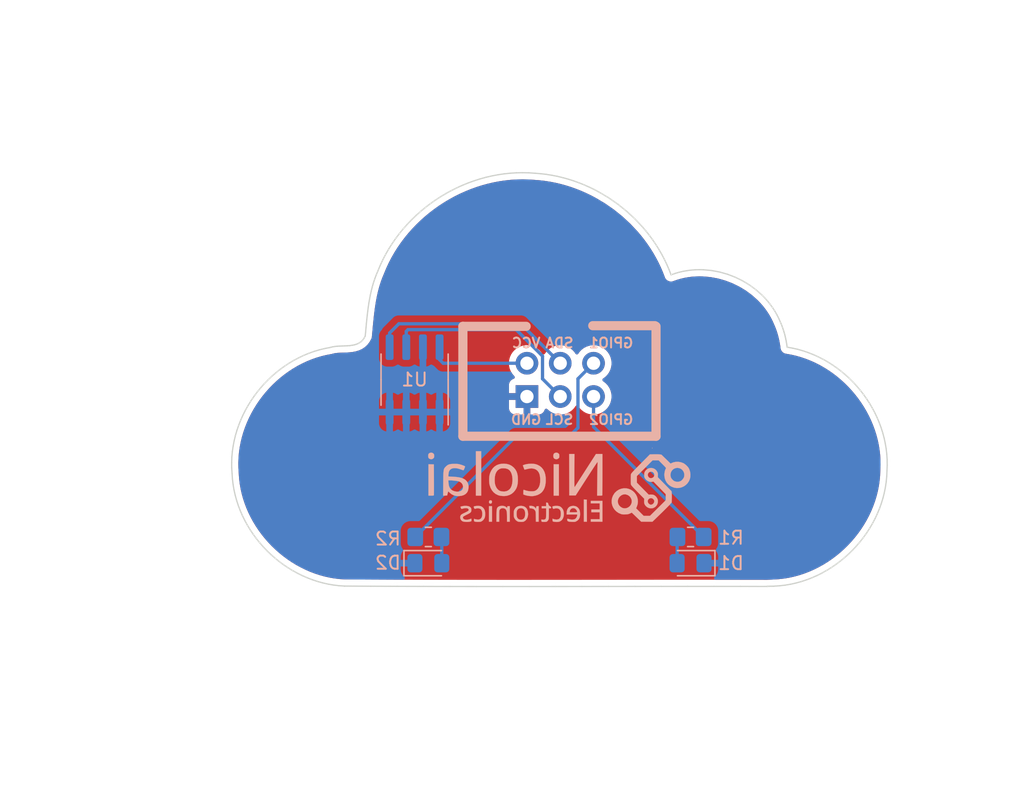
<source format=kicad_pcb>
(kicad_pcb (version 20211014) (generator pcbnew)
  (layers (0 "F.Cu" signal) (31 "B.Cu" signal) (34 "B.Paste" user) (35 "F.Paste" user) (36 "B.SilkS" user "B.Silkscreen") (37 "F.SilkS" user "F.Silkscreen") (38 "B.Mask" user) (39 "F.Mask" user) (44 "Edge.Cuts" user))
  (net 0 "")
  (net 1 "GND")
  (net 2 "Net-(U1-Pad5)")
  (net 3 "Net-(U1-Pad6)")
  (net 4 "+3V3")
  (net 5 "Net-(D1-Pad2)")
  (net 6 "Net-(D2-Pad2)")
  (net 7 "Net-(R1-Pad1)")
  (net 8 "Net-(R2-Pad1)")
  (footprint "badgelife_sao_v169bis:Badgelife-SAOv169-SAO-2x3" (layer "F.Cu") (at 0 0)
    (fp_text reference "X1" hide)
    (fp_text value "SAO")
    (fp_text user "VCC" (at -2.54 -2.794 unlocked) (layer "B.SilkS") (effects (font (size 0.75 0.75)) (justify mirror)))
    (fp_text user "GPIO2" (at 3.937 3.048) (layer "B.SilkS") (effects (font (size 0.75 0.75)) (justify mirror)))
    (fp_text user "GND" (at -2.54 3.048 unlocked) (layer "B.SilkS") (effects (font (size 0.75 0.75)) (justify mirror)))
    (fp_text user "GPIO1" (at 3.937 -2.794 unlocked) (layer "B.SilkS") (effects (font (size 0.75 0.75)) (justify mirror)))
    (fp_text user "SCL" (at 0 3.048) (layer "B.SilkS") (effects (font (size 0.75 0.75)) (justify mirror)))
    (fp_text user "SDA" (at 0 -2.794 unlocked) (layer "B.SilkS") (effects (font (size 0.75 0.75)) (justify mirror)))
    (pad "1" thru_hole oval (at -2.48 -1.25 270) (size 1.7272 1.7272) (drill 1.016) (layers *.Cu *.Mask) (net 4 "+3V3"))
    (pad "2" thru_hole rect (at -2.48 1.29 270) (size 1.7272 1.7272) (drill 1.016) (layers *.Cu *.Mask) (net 1 "GND"))
    (pad "3" thru_hole oval (at 0.06 -1.25 270) (size 1.7272 1.7272) (drill 1.016) (layers *.Cu *.Mask) (net 2 "Net-(U1-Pad5)"))
    (pad "4" thru_hole oval (at 0.06 1.29 270) (size 1.7272 1.7272) (drill 1.016) (layers *.Cu *.Mask) (net 3 "Net-(U1-Pad6)"))
    (pad "5" thru_hole circle (at 2.6 -1.25 270) (size 1.7272 1.7272) (drill 1.016) (layers *.Cu *.Mask) (net 8 "Net-(R2-Pad1)"))
    (pad "6" thru_hole circle (at 2.6 1.29 270) (size 1.7272 1.7272) (drill 1.016) (layers *.Cu *.Mask) (net 7 "Net-(R1-Pad1)"))
  )
  (footprint "cloud:cloud" (layer "F.Cu") (at 0 0)
    (fp_text reference "Ne" hide)
    (fp_text value "Housing" hide)
    (fp_line (start 24.6765 9.0329) (end 24.5534 9.436) (layer "Edge.Cuts") (width 0.1))
    (fp_line (start -19.97162 14.7737) (end -20.33366 14.5748) (layer "Edge.Cuts") (width 0.1))
    (fp_line (start -14.6619 -4.8956) (end -14.625 -5.2097) (layer "Edge.Cuts") (width 0.1))
    (fp_line (start 17.2121 -3.3216) (end 17.2402 -3.2019) (layer "Edge.Cuts") (width 0.1))
    (fp_line (start -8.6613 -14.1935) (end -8.2471 -14.4203) (layer "Edge.Cuts") (width 0.1))
    (fp_line (start 6.876 -10.9814) (end 7.1278 -10.6368) (layer "Edge.Cuts") (width 0.1))
    (fp_line (start 15.4627 -6.4346) (end 15.6803 -6.211) (layer "Edge.Cuts") (width 0.1))
    (fp_line (start -24.970443 7.1677) (end -24.997867 6.7465) (layer "Edge.Cuts") (width 0.1))
    (fp_line (start -23.29896 1.277) (end -23.04984 0.9431) (layer "Edge.Cuts") (width 0.1))
    (fp_line (start 17.6345 15.6047) (end 17.2163 15.6754) (layer "Edge.Cuts") (width 0.1))
    (fp_line (start -23.75239 1.9755) (end -23.53332 1.6214) (layer "Edge.Cuts") (width 0.1))
    (fp_line (start 7.8059 -9.5508) (end 8.0047 -9.1725) (layer "Edge.Cuts") (width 0.1))
    (fp_line (start -22.2947 13.0646) (end -22.58092 12.7656) (layer "Edge.Cuts") (width 0.1))
    (fp_line (start -18.4442 15.3972) (end -18.83678 15.2683) (layer "Edge.Cuts") (width 0.1))
    (fp_line (start 23.4338 1.4707) (end 23.658 1.8175) (layer "Edge.Cuts") (width 0.1))
    (fp_line (start -20.58852 -1.2758) (end -20.23019 -1.4867) (layer "Edge.Cuts") (width 0.1))
    (fp_line (start -24.823413 8.4088) (end -24.893322 7.9993) (layer "Edge.Cuts") (width 0.1))
    (fp_line (start 18.9744 -2.0624) (end 19.3587 -1.9109) (layer "Edge.Cuts") (width 0.1))
    (fp_line (start 16.9978 -4.0265) (end 17.0392 -3.9108) (layer "Edge.Cuts") (width 0.1))
    (fp_line (start 1.4768 -15.01885) (end 1.873 -14.8606) (layer "Edge.Cuts") (width 0.1))
    (fp_line (start -22.50942 0.309) (end -22.21917 0.0101) (layer "Edge.Cuts") (width 0.1))
    (fp_line (start 1.873 -14.8606) (end 2.2633 -14.6883) (layer "Edge.Cuts") (width 0.1))
    (fp_line (start 24.8625 8.2093) (end 24.7797 8.6238) (layer "Edge.Cuts") (width 0.1))
    (fp_line (start 17.2402 -3.2019) (end 17.2663 -3.0818) (layer "Edge.Cuts") (width 0.1))
    (fp_line (start -21.91626 -0.2757) (end -21.60122 -0.5478) (layer "Edge.Cuts") (width 0.1))
    (fp_line (start -7.8246 -14.6311) (end -7.3945 -14.8255) (layer "Edge.Cuts") (width 0.1))
    (fp_line (start 16.2306 15.76) (end 16.1973 15.7616) (layer "Edge.Cuts") (width 0.1))
    (fp_line (start -23.80309 11.1022) (end -24.001676 10.74) (layer "Edge.Cuts") (width 0.1))
    (fp_line (start -24.997867 6.7465) (end -25.003179 6.3265) (layer "Edge.Cuts") (width 0.1))
    (fp_line (start 21.0846 14.0961) (end 20.7363 14.3337) (layer "Edge.Cuts") (width 0.1))
    (fp_line (start -24.891692 5.0805) (end -24.813807 4.672) (layer "Edge.Cuts") (width 0.1))
    (fp_line (start 7.1278 -10.6368) (end 7.367 -10.2833) (layer "Edge.Cuts") (width 0.1))
    (fp_line (start -21.60122 -0.5478) (end -21.27456 -0.8057) (layer "Edge.Cuts") (width 0.1))
    (fp_line (start 10.0411 -8.3539) (end 10.3525 -8.3781) (layer "Edge.Cuts") (width 0.1))
    (fp_line (start 22.6522 12.6894) (end 22.3639 12.9978) (layer "Edge.Cuts") (width 0.1))
    (fp_line (start 23.1947 1.1338) (end 23.4338 1.4707) (layer "Edge.Cuts") (width 0.1))
    (fp_line (start -18.83678 15.2683) (end -19.2226 15.121) (layer "Edge.Cuts") (width 0.1))
    (fp_line (start 7.367 -10.2833) (end 7.5931 -9.9212) (layer "Edge.Cuts") (width 0.1))
    (fp_line (start -24.813807 4.672) (end -24.716435 4.268) (layer "Edge.Cuts") (width 0.1))
    (fp_line (start 22.0623 13.2933) (end 21.7482 13.5753) (layer "Edge.Cuts") (width 0.1))
    (fp_line (start -13.4756 -9.136) (end -13.2573 -9.5562) (layer "Edge.Cuts") (width 0.1))
    (fp_line (start -15.03049 -2.993) (end -14.9131 -3.144) (layer "Edge.Cuts") (width 0.1))
    (fp_line (start 24.5534 9.436) (end 24.4111 9.8324) (layer "Edge.Cuts") (width 0.1))
    (fp_line (start 16.5899 -4.9416) (end 16.7319 -4.6593) (layer "Edge.Cuts") (width 0.1))
    (fp_line (start -12.2173 -11.1315) (end -11.9186 -11.4969) (layer "Edge.Cuts") (width 0.1))
    (fp_line (start -20.33366 14.5748) (end -20.68661 14.3598) (layer "Edge.Cuts") (width 0.1))
    (fp_line (start -24.312652 3.0897) (end -24.142585 2.7103) (layer "Edge.Cuts") (width 0.1))
    (fp_line (start -4.3218 15.7805) (end -6.3352 15.7795) (layer "Edge.Cuts") (width 0.1))
    (fp_line (start -23.58845 11.4554) (end -23.80309 11.1022) (layer "Edge.Cuts") (width 0.1))
    (fp_line (start -12.501 -10.7543) (end -12.2173 -11.1315) (layer "Edge.Cuts") (width 0.1))
    (fp_line (start 11.7902 15.7713) (end 9.7756 15.7713) (layer "Edge.Cuts") (width 0.1))
    (fp_line (start 24.9209 5.2798) (end 24.9677 5.6909) (layer "Edge.Cuts") (width 0.1))
    (fp_line (start -13.9815 -7.9725) (end -13.8582 -8.2663) (layer "Edge.Cuts") (width 0.1))
    (fp_line (start 8.8134 -8.0977) (end 9.1164 -8.1862) (layer "Edge.Cuts") (width 0.1))
    (fp_line (start -23.95566 2.3387) (end -23.75239 1.9755) (layer "Edge.Cuts") (width 0.1))
    (fp_line (start 16.8592 -4.3682) (end 16.9079 -4.2552) (layer "Edge.Cuts") (width 0.1))
    (fp_line (start 23.8747 10.9756) (end 23.6614 11.3391) (layer "Edge.Cuts") (width 0.1))
    (fp_line (start -16.18892 -2.5801) (end -16.00027 -2.5942) (layer "Edge.Cuts") (width 0.1))
    (fp_line (start 16.332 15.7539) (end 16.2978 15.7562) (layer "Edge.Cuts") (width 0.1))
    (fp_line (start -24.001676 10.74) (end -24.183619 10.3693) (layer "Edge.Cuts") (width 0.1))
    (fp_line (start 24.9987 6.5214) (end 24.982 6.9396) (layer "Edge.Cuts") (width 0.1))
    (fp_line (start 16.0816 -5.7327) (end 16.2642 -5.4786) (layer "Edge.Cuts") (width 0.1))
    (fp_line (start 16.7319 -4.6593) (end 16.8592 -4.3682) (layer "Edge.Cuts") (width 0.1))
    (fp_line (start -17.89887 -2.3737) (end -17.485 -2.4523) (layer "Edge.Cuts") (width 0.1))
    (fp_line (start 16.1309 15.7643) (end 16.0976 15.7655) (layer "Edge.Cuts") (width 0.1))
    (fp_line (start -1.0002 -15.65592) (end -0.5776 -15.58853) (layer "Edge.Cuts") (width 0.1))
    (fp_line (start 16.2642 -5.4786) (end 16.4338 -5.2148) (layer "Edge.Cuts") (width 0.1))
    (fp_line (start -24.183619 10.3693) (end -24.348341 9.9907) (layer "Edge.Cuts") (width 0.1))
    (fp_line (start -24.623803 9.2121) (end -24.73338 8.8132) (layer "Edge.Cuts") (width 0.1))
    (fp_line (start 24.0598 2.5382) (end 24.2363 2.9109) (layer "Edge.Cuts") (width 0.1))
    (fp_line (start 15.6803 -6.211) (end 15.8868 -5.9769) (layer "Edge.Cuts") (width 0.1))
    (fp_line (start 22.9267 12.3687) (end 22.6522 12.6894) (layer "Edge.Cuts") (width 0.1))
    (fp_line (start -16.40012 15.7457) (end -16.40013 15.7457) (layer "Edge.Cuts") (width 0.1))
    (fp_line (start 24.7675 4.469) (end 24.854 4.8723) (layer "Edge.Cuts") (width 0.1))
    (fp_line (start -0.1584 -15.5052) (end 0.2571 -15.40625) (layer "Edge.Cuts") (width 0.1))
    (fp_line (start -17.31536 -2.4978) (end -17.13748 -2.5284) (layer "Edge.Cuts") (width 0.1))
    (fp_line (start -18.04543 15.5071) (end -18.4442 15.3972) (layer "Edge.Cuts") (width 0.1))
    (fp_line (start -9.4626 -13.6936) (end -9.0667 -13.9512) (layer "Edge.Cuts") (width 0.1))
    (fp_line (start -17.23166 15.6678) (end -17.64106 15.5975) (layer "Edge.Cuts") (width 0.1))
    (fp_line (start 24.9242 7.79) (end 24.8625 8.2093) (layer "Edge.Cuts") (width 0.1))
    (fp_line (start 7.7612 15.7722) (end 5.7469 15.7738) (layer "Edge.Cuts") (width 0.1))
    (fp_line (start -12.7694 -10.3658) (end -12.501 -10.7543) (layer "Edge.Cuts") (width 0.1))
    (fp_line (start -13.2573 -9.5562) (end -13.0217 -9.9663) (layer "Edge.Cuts") (width 0.1))
    (fp_line (start -14.7843 -3.6402) (end -14.7556 -3.9532) (layer "Edge.Cuts") (width 0.1))
    (fp_line (start 23.1868 12.0363) (end 22.9267 12.3687) (layer "Edge.Cuts") (width 0.1))
    (fp_line (start -16.81783 15.7174) (end -17.23166 15.6678) (layer "Edge.Cuts") (width 0.1))
    (fp_line (start -24.465332 3.4762) (end -24.312652 3.0897) (layer "Edge.Cuts") (width 0.1))
    (fp_line (start -14.4237 -6.4573) (end -14.3553 -6.7654) (layer "Edge.Cuts") (width 0.1))
    (fp_line (start -24.986903 5.9084) (end -24.949566 5.4929) (layer "Edge.Cuts") (width 0.1))
    (fp_line (start 4.4585 -13.3778) (end 5.1241 -12.8431) (layer "Edge.Cuts") (width 0.1))
    (fp_line (start -23.04984 0.9431) (end -22.78649 0.6202) (layer "Edge.Cuts") (width 0.1))
    (fp_line (start 16.3665 15.7513) (end 16.332 15.7539) (layer "Edge.Cuts") (width 0.1))
    (fp_line (start -14.2778 -7.0713) (end -14.1903 -7.3746) (layer "Edge.Cuts") (width 0.1))
    (fp_line (start 24.9938 6.105) (end 24.9987 6.5214) (layer "Edge.Cuts") (width 0.1))
    (fp_line (start -9.8484 -13.4212) (end -9.4626 -13.6936) (layer "Edge.Cuts") (width 0.1))
    (fp_line (start -19.60107 14.956) (end -19.97162 14.7737) (layer "Edge.Cuts") (width 0.1))
    (fp_line (start -4.6865 -15.62676) (end -4.2195 -15.69581) (layer "Edge.Cuts") (width 0.1))
    (fp_line (start 17.0392 -3.9108) (end 17.0782 -3.7943) (layer "Edge.Cuts") (width 0.1))
    (fp_line (start -6.5137 -15.16373) (end -6.0642 -15.30674) (layer "Edge.Cuts") (width 0.1))
    (fp_line (start -20.68661 14.3598) (end -21.02989 14.1294) (layer "Edge.Cuts") (width 0.1))
    (fp_line (start 24.0711 10.6028) (end 23.8747 10.9756) (layer "Edge.Cuts") (width 0.1))
    (fp_line (start 16.164 15.763) (end 16.1309 15.7643) (layer "Edge.Cuts") (width 0.1))
    (fp_line (start 8.3592 -8.393) (end 8.514 -7.9926) (layer "Edge.Cuts") (width 0.1))
    (fp_line (start -15.16361 -2.872) (end -15.03049 -2.993) (layer "Edge.Cuts") (width 0.1))
    (fp_line (start -15.46958 -2.7056) (end -15.31059 -2.7773) (layer "Edge.Cuts") (width 0.1))
    (fp_line (start 16.7935 15.7245) (end 16.3665 15.7513) (layer "Edge.Cuts") (width 0.1))
    (fp_line (start 20.8104 -1.1309) (end 21.1494 -0.8955) (layer "Edge.Cuts") (width 0.1))
    (fp_line (start -19.2226 15.121) (end -19.60107 14.956) (layer "Edge.Cuts") (width 0.1))
    (fp_line (start 20.0098 14.7602) (end 19.6328 14.9478) (layer "Edge.Cuts") (width 0.1))
    (fp_line (start 12.2117 -8.2093) (end 12.8131 -8.0396) (layer "Edge.Cuts") (width 0.1))
    (fp_line (start -10.3614 15.7727) (end -12.3744 15.7662) (layer "Edge.Cuts") (width 0.1))
    (fp_line (start 16.0643 15.7666) (end 16.0307 15.7677) (layer "Edge.Cuts") (width 0.1))
    (fp_line (start -14.8132 -3.3282) (end -14.7843 -3.6402) (layer "Edge.Cuts") (width 0.1))
    (fp_line (start 24.982 6.9396) (end 24.9642 7.3666) (layer "Edge.Cuts") (width 0.1))
    (fp_line (start -14.6954 -4.5813) (end -14.6619 -4.8956) (layer "Edge.Cuts") (width 0.1))
    (fp_line (start 0.6684 -15.292) (end 1.0751 -15.16276) (layer "Edge.Cuts") (width 0.1))
    (fp_line (start -11.6057 -11.8502) (end -11.2792 -12.1909) (layer "Edge.Cuts") (width 0.1))
    (fp_line (start -17.64106 15.5975) (end -18.04543 15.5071) (layer "Edge.Cuts") (width 0.1))
    (fp_line (start -14.0918 -7.6751) (end -13.9815 -7.9725) (layer "Edge.Cuts") (width 0.1))
    (fp_line (start -14.5836 -5.5233) (end -14.5369 -5.8359) (layer "Edge.Cuts") (width 0.1))
    (fp_line (start 8.1893 -8.7864) (end 8.3592 -8.393) (layer "Edge.Cuts") (width 0.1))
    (fp_line (start 17.351 -2.5974) (end 17.3676 -2.4757) (layer "Edge.Cuts") (width 0.1))
    (fp_line (start 21.1494 -0.8955) (end 21.4777 -0.6453) (layer "Edge.Cuts") (width 0.1))
    (fp_line (start 24.2501 10.2216) (end 24.0711 10.6028) (layer "Edge.Cuts") (width 0.1))
    (fp_line (start 18.5826 -2.1952) (end 18.9744 -2.0624) (layer "Edge.Cuts") (width 0.1))
    (fp_line (start 1.719 15.7776) (end -0.2948 15.7792) (layer "Edge.Cuts") (width 0.1))
    (fp_line (start 24.5379 3.6777) (end 24.662 4.0706) (layer "Edge.Cuts") (width 0.1))
    (fp_line (start -14.625 -5.2097) (end -14.5836 -5.5233) (layer "Edge.Cuts") (width 0.1))
    (fp_line (start -16.95321 -2.5477) (end -16.76437 -2.5591) (layer "Edge.Cuts") (width 0.1))
    (fp_line (start 23.8668 2.1735) (end 24.0598 2.5382) (layer "Edge.Cuts") (width 0.1))
    (fp_line (start 9.7756 15.7713) (end 7.7612 15.7722) (layer "Edge.Cuts") (width 0.1))
    (fp_line (start 22.3936 0.1885) (end 22.6741 0.492) (layer "Edge.Cuts") (width 0.1))
    (fp_line (start 21.7949 -0.3808) (end 22.1003 -0.1026) (layer "Edge.Cuts") (width 0.1))
    (fp_line (start 14.9968 -6.8495) (end 15.4627 -6.4346) (layer "Edge.Cuts") (width 0.1))
    (fp_line (start -2.3291 -15.77365) (end -1.8538 -15.7416) (layer "Edge.Cuts") (width 0.1))
    (fp_line (start -21.27456 -0.8057) (end -20.93682 -1.0485) (layer "Edge.Cuts") (width 0.1))
    (fp_line (start -24.142585 2.7103) (end -23.95566 2.3387) (layer "Edge.Cuts") (width 0.1))
    (fp_line (start -16.40013 15.7457) (end -16.40013 15.7457) (layer "Edge.Cuts") (width 0.1))
    (fp_line (start -13.0217 -9.9663) (end -12.7694 -10.3658) (layer "Edge.Cuts") (width 0.1))
    (fp_line (start 14.494 -7.2195) (end 14.9968 -6.8495) (layer "Edge.Cuts") (width 0.1))
    (fp_line (start -24.73338 8.8132) (end -24.823413 8.4088) (layer "Edge.Cuts") (width 0.1))
    (fp_line (start -19.10023 -2.0153) (end -18.70701 -2.1545) (layer "Edge.Cuts") (width 0.1))
    (fp_line (start -6.9573 -15.0032) (end -6.5137 -15.16373) (layer "Edge.Cuts") (width 0.1))
    (fp_line (start 10.6645 -8.387) (end 10.9765 -8.3806) (layer "Edge.Cuts") (width 0.1))
    (fp_line (start 16.4338 -5.2148) (end 16.5899 -4.9416) (layer "Edge.Cuts") (width 0.1))
    (fp_line (start 8.514 -7.9926) (end 8.8134 -8.0977) (layer "Edge.Cuts") (width 0.1))
    (fp_line (start -10.5875 -12.8334) (end -10.2236 -13.1343) (layer "Edge.Cuts") (width 0.1))
    (fp_line (start 18.8543 15.2687) (end 18.4541 15.4007) (layer "Edge.Cuts") (width 0.1))
    (fp_line (start -25.003179 6.3265) (end -24.986903 5.9084) (layer "Edge.Cuts") (width 0.1))
    (fp_line (start 16.1973 15.7616) (end 16.164 15.763) (layer "Edge.Cuts") (width 0.1))
    (fp_line (start -9.0667 -13.9512) (end -8.6613 -14.1935) (layer "Edge.Cuts") (width 0.1))
    (fp_line (start -14.7556 -3.9532) (end -14.7263 -4.267) (layer "Edge.Cuts") (width 0.1))
    (fp_line (start 17.0782 -3.7943) (end 17.115 -3.6771) (layer "Edge.Cuts") (width 0.1))
    (fp_line (start 6.612 -11.3167) (end 6.876 -10.9814) (layer "Edge.Cuts") (width 0.1))
    (fp_line (start -16.40013 15.7457) (end -16.81783 15.7174) (layer "Edge.Cuts") (width 0.1))
    (fp_line (start 9.7309 -8.314) (end 10.0411 -8.3539) (layer "Edge.Cuts") (width 0.1))
    (fp_line (start -21.68512 13.6244) (end -21.9959 13.3511) (layer "Edge.Cuts") (width 0.1))
    (fp_line (start 15.8868 -5.9769) (end 16.0816 -5.7327) (layer "Edge.Cuts") (width 0.1))
    (fp_line (start -24.600102 3.8692) (end -24.465332 3.4762) (layer "Edge.Cuts") (width 0.1))
    (fp_line (start 19.7349 -1.7413) (end 20.1027 -1.5544) (layer "Edge.Cuts") (width 0.1))
    (fp_line (start 17.2903 -2.9612) (end 17.3124 -2.8402) (layer "Edge.Cuts") (width 0.1))
    (fp_line (start 10.9765 -8.3806) (end 11.5979 -8.3237) (layer "Edge.Cuts") (width 0.1))
    (fp_line (start -17.485 -2.4523) (end -17.31536 -2.4978) (layer "Edge.Cuts") (width 0.1))
    (fp_line (start 17.2163 15.6754) (end 16.7935 15.7245) (layer "Edge.Cuts") (width 0.1))
    (fp_line (start 16.2641 15.7582) (end 16.2306 15.76) (layer "Edge.Cuts") (width 0.1))
    (fp_line (start 23.658 1.8175) (end 23.8668 2.1735) (layer "Edge.Cuts") (width 0.1))
    (fp_line (start -15.31059 -2.7773) (end -15.16361 -2.872) (layer "Edge.Cuts") (width 0.1))
    (fp_line (start 17.115 -3.6771) (end 17.1495 -3.5592) (layer "Edge.Cuts") (width 0.1))
    (fp_line (start 19.3587 -1.9109) (end 19.7349 -1.7413) (layer "Edge.Cuts") (width 0.1))
    (fp_line (start 17.3124 -2.8402) (end 17.3327 -2.719) (layer "Edge.Cuts") (width 0.1))
    (fp_line (start 20.3778 14.5553) (end 20.0098 14.7602) (layer "Edge.Cuts") (width 0.1))
    (fp_line (start -11.2792 -12.1909) (end -10.9396 -12.5188) (layer "Edge.Cuts") (width 0.1))
    (fp_line (start 22.3639 12.9978) (end 22.0623 13.2933) (layer "Edge.Cuts") (width 0.1))
    (fp_line (start -16.00027 -2.5942) (end -15.81627 -2.6175) (layer "Edge.Cuts") (width 0.1))
    (fp_line (start 24.4111 9.8324) (end 24.2501 10.2216) (layer "Edge.Cuts") (width 0.1))
    (fp_line (start -3.7497 -15.74541) (end -3.2776 -15.77518) (layer "Edge.Cuts") (width 0.1))
    (fp_line (start -0.5776 -15.58853) (end -0.1584 -15.5052) (layer "Edge.Cuts") (width 0.1))
    (fp_line (start 19.6328 14.9478) (end 19.2475 15.1175) (layer "Edge.Cuts") (width 0.1))
    (fp_line (start -22.58092 12.7656) (end -22.85399 12.4545) (layer "Edge.Cuts") (width 0.1))
    (fp_line (start -22.78649 0.6202) (end -22.50942 0.309) (layer "Edge.Cuts") (width 0.1))
    (fp_line (start -2.3084 15.7803) (end -4.3218 15.7805) (layer "Edge.Cuts") (width 0.1))
    (fp_line (start 23.6614 11.3391) (end 23.4319 11.6929) (layer "Edge.Cuts") (width 0.1))
    (fp_line (start 9.1164 -8.1862) (end 9.4224 -8.2582) (layer "Edge.Cuts") (width 0.1))
    (fp_line (start 15.9278 15.7711) (end 15.8926 15.7724) (layer "Edge.Cuts") (width 0.1))
    (fp_line (start 2.2633 -14.6883) (end 2.6474 -14.5023) (layer "Edge.Cuts") (width 0.1))
    (fp_line (start -0.2948 15.7792) (end -2.3084 15.7803) (layer "Edge.Cuts") (width 0.1))
    (fp_line (start 20.4614 -1.3507) (end 20.8104 -1.1309) (layer "Edge.Cuts") (width 0.1))
    (fp_line (start -23.11332 12.1321) (end -23.35833 11.7989) (layer "Edge.Cuts") (width 0.1))
    (fp_line (start -21.02989 14.1294) (end -21.36292 13.8841) (layer "Edge.Cuts") (width 0.1))
    (fp_line (start 24.7797 8.6238) (end 24.6765 9.0329) (layer "Edge.Cuts") (width 0.1))
    (fp_line (start -24.495263 9.6048) (end -24.623803 9.2121) (layer "Edge.Cuts") (width 0.1))
    (fp_line (start 19.2475 15.1175) (end 18.8543 15.2687) (layer "Edge.Cuts") (width 0.1))
    (fp_line (start -22.85399 12.4545) (end -23.11332 12.1321) (layer "Edge.Cuts") (width 0.1))
    (fp_line (start 24.9642 7.3666) (end 24.9242 7.79) (layer "Edge.Cuts") (width 0.1))
    (fp_line (start -8.3484 15.777) (end -10.3614 15.7727) (layer "Edge.Cuts") (width 0.1))
    (fp_line (start 16.954 -4.1413) (end 16.9978 -4.0265) (layer "Edge.Cuts") (width 0.1))
    (fp_line (start 18.0472 15.5129) (end 17.6345 15.6047) (layer "Edge.Cuts") (width 0.1))
    (fp_line (start 6.3363 -11.6424) (end 6.612 -11.3167) (layer "Edge.Cuts") (width 0.1))
    (fp_line (start -18.30638 -2.2742) (end -17.89887 -2.3737) (layer "Edge.Cuts") (width 0.1))
    (fp_line (start 13.8051 15.7726) (end 11.7902 15.7713) (layer "Edge.Cuts") (width 0.1))
    (fp_line (start 23.4319 11.6929) (end 23.1868 12.0363) (layer "Edge.Cuts") (width 0.1))
    (fp_line (start 13.9592 -7.5426) (end 14.494 -7.2195) (layer "Edge.Cuts") (width 0.1))
    (fp_line (start -18.70701 -2.1545) (end -18.30638 -2.2742) (layer "Edge.Cuts") (width 0.1))
    (fp_line (start -17.13748 -2.5284) (end -16.95321 -2.5477) (layer "Edge.Cuts") (width 0.1))
    (fp_line (start -7.3945 -14.8255) (end -6.9573 -15.0032) (layer "Edge.Cuts") (width 0.1))
    (fp_line (start -14.4839 -6.1474) (end -14.4237 -6.4573) (layer "Edge.Cuts") (width 0.1))
    (fp_line (start 0.2571 -15.40625) (end 0.6684 -15.292) (layer "Edge.Cuts") (width 0.1))
    (fp_line (start -10.2236 -13.1343) (end -9.8484 -13.4212) (layer "Edge.Cuts") (width 0.1))
    (fp_line (start 24.2363 2.9109) (end 24.3959 3.2909) (layer "Edge.Cuts") (width 0.1))
    (fp_line (start 22.1003 -0.1026) (end 22.3936 0.1885) (layer "Edge.Cuts") (width 0.1))
    (fp_line (start 17.1495 -3.5592) (end 17.1819 -3.4407) (layer "Edge.Cuts") (width 0.1))
    (fp_line (start 16.0976 15.7655) (end 16.0643 15.7666) (layer "Edge.Cuts") (width 0.1))
    (fp_line (start -14.9131 -3.144) (end -14.8132 -3.3282) (layer "Edge.Cuts") (width 0.1))
    (fp_line (start -16.76437 -2.5591) (end -16.57281 -2.566) (layer "Edge.Cuts") (width 0.1))
    (fp_line (start -21.36292 13.8841) (end -21.68512 13.6244) (layer "Edge.Cuts") (width 0.1))
    (fp_line (start -15.63876 -2.6535) (end -15.46958 -2.7056) (layer "Edge.Cuts") (width 0.1))
    (fp_line (start -16.57281 -2.566) (end -16.38038 -2.5719) (layer "Edge.Cuts") (width 0.1))
    (fp_line (start -14.5369 -5.8359) (end -14.4839 -6.1474) (layer "Edge.Cuts") (width 0.1))
    (fp_line (start -20.93682 -1.0485) (end -20.58852 -1.2758) (layer "Edge.Cuts") (width 0.1))
    (fp_line (start 11.5979 -8.3237) (end 12.2117 -8.2093) (layer "Edge.Cuts") (width 0.1))
    (fp_line (start 5.1241 -12.8431) (end 5.7512 -12.2638) (layer "Edge.Cuts") (width 0.1))
    (fp_line (start 21.7482 13.5753) (end 21.4221 13.8431) (layer "Edge.Cuts") (width 0.1))
    (fp_line (start 15.9968 15.7688) (end 15.9625 15.7699) (layer "Edge.Cuts") (width 0.1))
    (fp_line (start -24.949566 5.4929) (end -24.891692 5.0805) (layer "Edge.Cuts") (width 0.1))
    (fp_line (start -24.348341 9.9907) (end -24.495263 9.6048) (layer "Edge.Cuts") (width 0.1))
    (fp_line (start 24.854 4.8723) (end 24.9209 5.2798) (layer "Edge.Cuts") (width 0.1))
    (fp_line (start 9.4224 -8.2582) (end 9.7309 -8.314) (layer "Edge.Cuts") (width 0.1))
    (fp_line (start -1.8538 -15.7416) (end -1.4258 -15.70704) (layer "Edge.Cuts") (width 0.1))
    (fp_line (start 16.9079 -4.2552) (end 16.954 -4.1413) (layer "Edge.Cuts") (width 0.1))
    (fp_line (start 3.7575 -13.8652) (end 4.4585 -13.3778) (layer "Edge.Cuts") (width 0.1))
    (fp_line (start -11.9186 -11.4969) (end -11.6057 -11.8502) (layer "Edge.Cuts") (width 0.1))
    (fp_line (start 20.1027 -1.5544) (end 20.4614 -1.3507) (layer "Edge.Cuts") (width 0.1))
    (fp_line (start 22.9413 0.8073) (end 23.1947 1.1338) (layer "Edge.Cuts") (width 0.1))
    (fp_line (start 17.3676 -2.4757) (end 17.7787 -2.4025) (layer "Edge.Cuts") (width 0.1))
    (fp_line (start 20.7363 14.3337) (end 20.3778 14.5553) (layer "Edge.Cuts") (width 0.1))
    (fp_line (start 5.7512 -12.2638) (end 6.3363 -11.6424) (layer "Edge.Cuts") (width 0.1))
    (fp_line (start 24.662 4.0706) (end 24.7675 4.469) (layer "Edge.Cuts") (width 0.1))
    (fp_line (start 15.8567 15.7738) (end 15.8201 15.7754) (layer "Edge.Cuts") (width 0.1))
    (fp_line (start -14.3873 15.7573) (end -16.40012 15.7457) (layer "Edge.Cuts") (width 0.1))
    (fp_line (start 17.2663 -3.0818) (end 17.2903 -2.9612) (layer "Edge.Cuts") (width 0.1))
    (fp_line (start -24.942526 7.5854) (end -24.970443 7.1677) (layer "Edge.Cuts") (width 0.1))
    (fp_line (start -14.7263 -4.267) (end -14.6954 -4.5813) (layer "Edge.Cuts") (width 0.1))
    (fp_line (start -14.1903 -7.3746) (end -14.0918 -7.6751) (layer "Edge.Cuts") (width 0.1))
    (fp_line (start -20.23019 -1.4867) (end -19.86235 -1.6807) (layer "Edge.Cuts") (width 0.1))
    (fp_line (start -14.3553 -6.7654) (end -14.2778 -7.0713) (layer "Edge.Cuts") (width 0.1))
    (fp_line (start -1.4258 -15.70704) (end -1.0002 -15.65592) (layer "Edge.Cuts") (width 0.1))
    (fp_line (start -6.3352 15.7795) (end -8.3484 15.777) (layer "Edge.Cuts") (width 0.1))
    (fp_line (start -19.48552 -1.8571) (end -19.10023 -2.0153) (layer "Edge.Cuts") (width 0.1))
    (fp_line (start 2.6474 -14.5023) (end 3.0247 -14.3029) (layer "Edge.Cuts") (width 0.1))
    (fp_line (start 12.8131 -8.0396) (end 13.3973 -7.8167) (layer "Edge.Cuts") (width 0.1))
    (fp_line (start -21.9959 13.3511) (end -22.2947 13.0646) (layer "Edge.Cuts") (width 0.1))
    (fp_line (start -22.21917 0.0101) (end -21.91626 -0.2757) (layer "Edge.Cuts") (width 0.1))
    (fp_line (start 3.7329 15.7757) (end 1.719 15.7776) (layer "Edge.Cuts") (width 0.1))
    (fp_line (start 24.9677 5.6909) (end 24.9938 6.105) (layer "Edge.Cuts") (width 0.1))
    (fp_line (start 8.0047 -9.1725) (end 8.1893 -8.7864) (layer "Edge.Cuts") (width 0.1))
    (fp_line (start -23.53332 1.6214) (end -23.29896 1.277) (layer "Edge.Cuts") (width 0.1))
    (fp_line (start 18.4541 15.4007) (end 18.0472 15.5129) (layer "Edge.Cuts") (width 0.1))
    (fp_line (start 7.5931 -9.9212) (end 7.8059 -9.5508) (layer "Edge.Cuts") (width 0.1))
    (fp_line (start 21.4221 13.8431) (end 21.0846 14.0961) (layer "Edge.Cuts") (width 0.1))
    (fp_line (start 24.3959 3.2909) (end 24.5379 3.6777) (layer "Edge.Cuts") (width 0.1))
    (fp_line (start -24.893322 7.9993) (end -24.942526 7.5854) (layer "Edge.Cuts") (width 0.1))
    (fp_line (start 13.3973 -7.8167) (end 13.9592 -7.5426) (layer "Edge.Cuts") (width 0.1))
    (fp_line (start -23.35833 11.7989) (end -23.58845 11.4554) (layer "Edge.Cuts") (width 0.1))
    (fp_line (start -2.8039 -15.78472) (end -2.3291 -15.77365) (layer "Edge.Cuts") (width 0.1))
    (fp_line (start -19.86235 -1.6807) (end -19.48552 -1.8571) (layer "Edge.Cuts") (width 0.1))
    (fp_line (start 1.0751 -15.16276) (end 1.4768 -15.01885) (layer "Edge.Cuts") (width 0.1))
    (fp_line (start 15.8201 15.7754) (end 13.8051 15.7726) (layer "Edge.Cuts") (width 0.1))
    (fp_line (start 15.9625 15.7699) (end 15.9278 15.7711) (layer "Edge.Cuts") (width 0.1))
    (fp_line (start -5.15 -15.53864) (end -4.6865 -15.62676) (layer "Edge.Cuts") (width 0.1))
    (fp_line (start 21.4777 -0.6453) (end 21.7949 -0.3808) (layer "Edge.Cuts") (width 0.1))
    (fp_line (start 17.3327 -2.719) (end 17.351 -2.5974) (layer "Edge.Cuts") (width 0.1))
    (fp_line (start -6.0642 -15.30674) (end -5.6094 -15.43184) (layer "Edge.Cuts") (width 0.1))
    (fp_line (start 16.2978 15.7562) (end 16.2641 15.7582) (layer "Edge.Cuts") (width 0.1))
    (fp_line (start -24.716435 4.268) (end -24.600102 3.8692) (layer "Edge.Cuts") (width 0.1))
    (fp_line (start -15.81627 -2.6175) (end -15.63876 -2.6535) (layer "Edge.Cuts") (width 0.1))
    (fp_line (start 5.7469 15.7738) (end 3.7329 15.7757) (layer "Edge.Cuts") (width 0.1))
    (fp_line (start -8.2471 -14.4203) (end -7.8246 -14.6311) (layer "Edge.Cuts") (width 0.1))
    (fp_line (start -5.6094 -15.43184) (end -5.15 -15.53864) (layer "Edge.Cuts") (width 0.1))
    (fp_line (start -13.6762 -8.7059) (end -13.4756 -9.136) (layer "Edge.Cuts") (width 0.1))
    (fp_line (start 3.0247 -14.3029) (end 3.7575 -13.8652) (layer "Edge.Cuts") (width 0.1))
    (fp_line (start -10.9396 -12.5188) (end -10.5875 -12.8334) (layer "Edge.Cuts") (width 0.1))
    (fp_line (start -4.2195 -15.69581) (end -3.7497 -15.74541) (layer "Edge.Cuts") (width 0.1))
    (fp_line (start 17.1819 -3.4407) (end 17.2121 -3.3216) (layer "Edge.Cuts") (width 0.1))
    (fp_line (start -16.38038 -2.5719) (end -16.18892 -2.5801) (layer "Edge.Cuts") (width 0.1))
    (fp_line (start -13.8582 -8.2663) (end -13.6762 -8.7059) (layer "Edge.Cuts") (width 0.1))
    (fp_line (start 15.8926 15.7724) (end 15.8567 15.7738) (layer "Edge.Cuts") (width 0.1))
    (fp_line (start 17.7787 -2.4025) (end 18.1839 -2.3088) (layer "Edge.Cuts") (width 0.1))
    (fp_line (start -3.2776 -15.77518) (end -2.8039 -15.78472) (layer "Edge.Cuts") (width 0.1))
    (fp_line (start 10.3525 -8.3781) (end 10.6645 -8.387) (layer "Edge.Cuts") (width 0.1))
    (fp_line (start 22.6741 0.492) (end 22.9413 0.8073) (layer "Edge.Cuts") (width 0.1))
    (fp_line (start 16.0307 15.7677) (end 15.9968 15.7688) (layer "Edge.Cuts") (width 0.1))
    (fp_line (start 18.1839 -2.3088) (end 18.5826 -2.1952) (layer "Edge.Cuts") (width 0.1))
    (fp_line (start -12.3744 15.7662) (end -14.3873 15.7573) (layer "Edge.Cuts") (width 0.1))
  )
  (footprint "electronics3:F.SilkS_g988" (layer "B.Cu") (at 0 8 180)
    (fp_text reference "N2" hide)
    (fp_text value "Logo" hide)
  )
  (footprint "Resistor_SMD:R_0805_2012Metric_Pad1.20x1.40mm_HandSolder" (layer "B.Cu") (at -10 12)
    (fp_text reference "R2" (at -3.081 0.127) (layer "B.SilkS") (effects (justify mirror)))
    (fp_text value "200")
    (pad "1" smd roundrect (at -1 0) (size 1.2 1.4) (layers "B.Cu" "B.Paste" "B.Mask") (roundrect_rratio 0.2083333333) (net 8 "Net-(R2-Pad1)"))
    (pad "2" smd roundrect (at 1 0) (size 1.2 1.4) (layers "B.Cu" "B.Paste" "B.Mask") (roundrect_rratio 0.2083333333) (net 6 "Net-(D2-Pad2)"))
  )
  (footprint "LED_SMD:LED_0805_2012Metric_Pad1.15x1.40mm_HandSolder" (layer "B.Cu") (at 10 14 180)
    (fp_text reference "D1" (at -3.081 0) (layer "B.SilkS") (effects (justify mirror)))
    (fp_text value "LED")
    (pad "1" smd roundrect (at -1.025 0 180) (size 1.15 1.4) (layers "B.Cu" "B.Paste" "B.Mask") (roundrect_rratio 0.2173913043) (net 1 "GND"))
    (pad "2" smd roundrect (at 1.025 0 180) (size 1.15 1.4) (layers "B.Cu" "B.Paste" "B.Mask") (roundrect_rratio 0.2173913043) (net 5 "Net-(D1-Pad2)"))
  )
  (footprint "Resistor_SMD:R_0805_2012Metric_Pad1.20x1.40mm_HandSolder" (layer "B.Cu") (at 10 12 180)
    (fp_text reference "R1" (at -3.081 -0.065) (layer "B.SilkS") (effects (justify mirror)))
    (fp_text value "200")
    (pad "1" smd roundrect (at -1 0 180) (size 1.2 1.4) (layers "B.Cu" "B.Paste" "B.Mask") (roundrect_rratio 0.2083333333) (net 7 "Net-(R1-Pad1)"))
    (pad "2" smd roundrect (at 1 0 180) (size 1.2 1.4) (layers "B.Cu" "B.Paste" "B.Mask") (roundrect_rratio 0.2083333333) (net 5 "Net-(D1-Pad2)"))
  )
  (footprint "LED_SMD:LED_0805_2012Metric_Pad1.15x1.40mm_HandSolder" (layer "B.Cu") (at -10 14)
    (fp_text reference "D2" (at -3.081 -0.03) (layer "B.SilkS") (effects (justify mirror)))
    (fp_text value "LED")
    (pad "1" smd roundrect (at -1.025 0) (size 1.15 1.4) (layers "B.Cu" "B.Paste" "B.Mask") (roundrect_rratio 0.2173913043) (net 1 "GND"))
    (pad "2" smd roundrect (at 1.025 0) (size 1.15 1.4) (layers "B.Cu" "B.Paste" "B.Mask") (roundrect_rratio 0.2173913043) (net 6 "Net-(D2-Pad2)"))
  )
  (footprint "Package_SO:SOIC-8_3.9x4.9mm_P1.27mm" (layer "B.Cu") (at -11.049 0 90)
    (fp_text reference "U1" (at 0 0) (layer "B.SilkS") (effects (justify mirror)))
    (fp_text value "EEPROM")
    (pad "1" smd roundrect (at -2.475 1.905 90) (size 1.95 0.6) (layers "B.Cu" "B.Paste" "B.Mask") (net 1 "GND"))
    (pad "2" smd roundrect (at -2.475 0.635 90) (size 1.95 0.6) (layers "B.Cu" "B.Paste" "B.Mask") (net 1 "GND"))
    (pad "3" smd roundrect (at -2.475 -0.635 90) (size 1.95 0.6) (layers "B.Cu" "B.Paste" "B.Mask") (net 1 "GND"))
    (pad "4" smd roundrect (at -2.475 -1.905 90) (size 1.95 0.6) (layers "B.Cu" "B.Paste" "B.Mask") (net 1 "GND"))
    (pad "5" smd roundrect (at 2.475 -1.905 90) (size 1.95 0.6) (layers "B.Cu" "B.Paste" "B.Mask") (net 2 "Net-(U1-Pad5)"))
    (pad "6" smd roundrect (at 2.475 -0.635 90) (size 1.95 0.6) (layers "B.Cu" "B.Paste" "B.Mask") (net 3 "Net-(U1-Pad6)"))
    (pad "7" smd roundrect (at 2.475 0.635 90) (size 1.95 0.6) (layers "B.Cu" "B.Paste" "B.Mask") (net 1 "GND"))
    (pad "8" smd roundrect (at 2.475 1.905 90) (size 1.95 0.6) (layers "B.Cu" "B.Paste" "B.Mask") (net 4 "+3V3"))
  )
  (segment (start -12.25048 -4.25952) (end -2.94952 -4.25952) (width 0.25) (layer "B.Cu") (net 2))
  (segment (start -12.954 -3.556) (end -12.25048 -4.25952) (width 0.25) (layer "B.Cu") (net 2))
  (segment (start -2.94952 -4.25952) (end 0.06 -1.25) (width 0.25) (layer "B.Cu") (net 2))
  (segment (start -12.954 -2.475) (end -12.954 -3.556) (width 0.25) (layer "B.Cu") (net 2))
  (segment (start -11.557 -3.81) (end -11.684 -3.683) (width 0.25) (layer "B.Cu") (net 3))
  (segment (start -1.291889 -1.799889) (end -3.302 -3.81) (width 0.25) (layer "B.Cu") (net 3))
  (segment (start -3.302 -3.81) (end -11.557 -3.81) (width 0.25) (layer "B.Cu") (net 3))
  (segment (start 0.06 1.29) (end -1.291889 -0.061889) (width 0.25) (layer "B.Cu") (net 3))
  (segment (start -1.291889 -0.061889) (end -1.291889 -1.799889) (width 0.25) (layer "B.Cu") (net 3))
  (segment (start -11.684 -3.683) (end -11.684 -2.475) (width 0.25) (layer "B.Cu") (net 3))
  (segment (start -8.87 -1.25) (end -9.144 -1.524) (width 0.25) (layer "B.Cu") (net 4))
  (segment (start -9.144 -1.524) (end -9.144 -2.475) (width 0.25) (layer "B.Cu") (net 4))
  (segment (start -2.48 -1.25) (end -8.87 -1.25) (width 0.25) (layer "B.Cu") (net 4))
  (segment (start 8.975 12.025) (end 9 12) (width 0.25) (layer "B.Cu") (net 5))
  (segment (start 8.975 14) (end 8.975 12.025) (width 0.25) (layer "B.Cu") (net 5))
  (segment (start -8.975 12.025) (end -9 12) (width 0.25) (layer "B.Cu") (net 6))
  (segment (start -8.975 14) (end -8.975 12.025) (width 0.25) (layer "B.Cu") (net 6))
  (segment (start -9 12) (end -8.825 12) (width 0.25) (layer "B.Cu") (net 6))
  (segment (start 11 12) (end 2.6 3.6) (width 0.25) (layer "B.Cu") (net 7))
  (segment (start 2.6 3.6) (end 2.6 1.29) (width 0.25) (layer "B.Cu") (net 7))
  (segment (start -11 12) (end -3.318 4.318) (width 0.25) (layer "B.Cu") (net 8))
  (segment (start -3.318 4.318) (end 0.762 4.318) (width 0.25) (layer "B.Cu") (net 8))
  (segment (start 0.762 4.318) (end 1.411889 3.668111) (width 0.25) (layer "B.Cu") (net 8))
  (segment (start 1.411889 -0.061889) (end 2.6 -1.25) (width 0.25) (layer "B.Cu") (net 8))
  (segment (start -11.025 12.025) (end -11 12) (width 0.25) (layer "B.Cu") (net 8))
  (segment (start 1.411889 3.668111) (end 1.411889 -0.061889) (width 0.25) (layer "B.Cu") (net 8))
  (zone (net 1) (net_name "GND") (layer "F.Cu") (connect_pads (clearance 0.508)) (min_thickness 0.254) (fill yes (thermal_gap 0.508) (thermal_bridge_width 0.508))
    (polygon (pts (xy 35.433 31.623) (xy -42.672 31.623) (xy -42.672 -28.956) (xy 35.433 -28.956)))
  )
  (zone (net 1) (net_name "GND") (layer "B.Cu") (connect_pads (clearance 0.508)) (min_thickness 0.254) (fill yes (thermal_gap 0.508) (thermal_bridge_width 0.508))
    (polygon (pts (xy 32.766 27.178) (xy -38.1 27.178) (xy -38.1 -25.273) (xy 32.766 -25.273)))
  )
)
</source>
